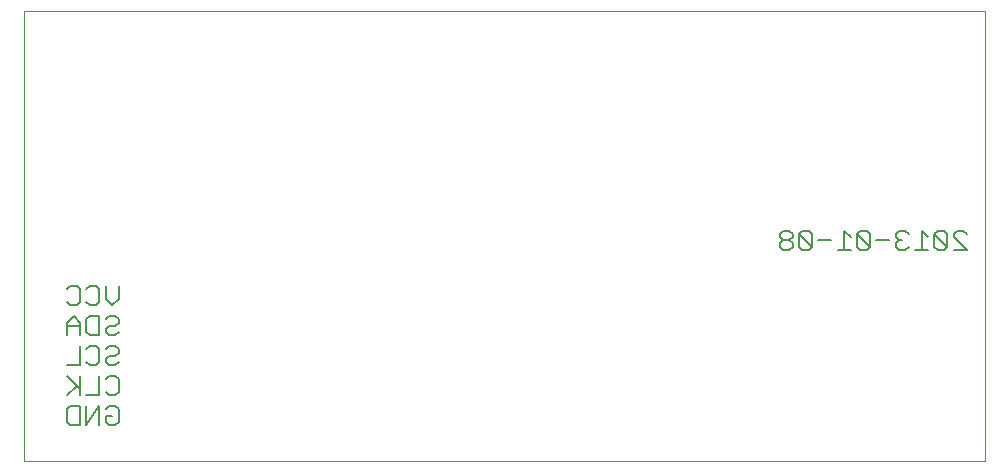
<source format=gbo>
G75*
G70*
%OFA0B0*%
%FSLAX24Y24*%
%IPPOS*%
%LPD*%
%AMOC8*
5,1,8,0,0,1.08239X$1,22.5*
%
%ADD10C,0.0000*%
%ADD11C,0.0060*%
D10*
X000500Y000180D02*
X000500Y015176D01*
X032520Y015176D01*
X032520Y000180D01*
X000500Y000180D01*
D11*
X001938Y001467D02*
X002044Y001360D01*
X002365Y001360D01*
X002365Y002001D01*
X002044Y002001D01*
X001938Y001894D01*
X001938Y001467D01*
X002582Y001360D02*
X002582Y002001D01*
X002582Y002360D02*
X003009Y002360D01*
X003009Y003001D01*
X003227Y002894D02*
X003333Y003001D01*
X003547Y003001D01*
X003654Y002894D01*
X003654Y002467D01*
X003547Y002360D01*
X003333Y002360D01*
X003227Y002467D01*
X002365Y002574D02*
X001938Y003001D01*
X001938Y003360D02*
X002365Y003360D01*
X002365Y004001D01*
X002582Y003894D02*
X002689Y004001D01*
X002902Y004001D01*
X003009Y003894D01*
X003009Y003467D01*
X002902Y003360D01*
X002689Y003360D01*
X002582Y003467D01*
X003227Y003467D02*
X003333Y003360D01*
X003547Y003360D01*
X003654Y003467D01*
X003547Y003680D02*
X003333Y003680D01*
X003227Y003574D01*
X003227Y003467D01*
X003547Y003680D02*
X003654Y003787D01*
X003654Y003894D01*
X003547Y004001D01*
X003333Y004001D01*
X003227Y003894D01*
X003333Y004360D02*
X003547Y004360D01*
X003654Y004467D01*
X003547Y004680D02*
X003333Y004680D01*
X003227Y004574D01*
X003227Y004467D01*
X003333Y004360D01*
X003009Y004360D02*
X002689Y004360D01*
X002582Y004467D01*
X002582Y004894D01*
X002689Y005001D01*
X003009Y005001D01*
X003009Y004360D01*
X003547Y004680D02*
X003654Y004787D01*
X003654Y004894D01*
X003547Y005001D01*
X003333Y005001D01*
X003227Y004894D01*
X002365Y004787D02*
X002151Y005001D01*
X001938Y004787D01*
X001938Y004360D01*
X001938Y004680D02*
X002365Y004680D01*
X002365Y004787D02*
X002365Y004360D01*
X002258Y005360D02*
X002044Y005360D01*
X001938Y005467D01*
X002258Y005360D02*
X002365Y005467D01*
X002365Y005894D01*
X002258Y006001D01*
X002044Y006001D01*
X001938Y005894D01*
X002582Y005894D02*
X002689Y006001D01*
X002902Y006001D01*
X003009Y005894D01*
X003009Y005467D01*
X002902Y005360D01*
X002689Y005360D01*
X002582Y005467D01*
X003227Y005574D02*
X003227Y006001D01*
X003654Y006001D02*
X003654Y005574D01*
X003440Y005360D01*
X003227Y005574D01*
X002365Y003001D02*
X002365Y002360D01*
X002258Y002680D02*
X001938Y002360D01*
X003009Y002001D02*
X002582Y001360D01*
X003009Y001360D02*
X003009Y002001D01*
X003227Y001894D02*
X003333Y002001D01*
X003547Y002001D01*
X003654Y001894D01*
X003654Y001467D01*
X003547Y001360D01*
X003333Y001360D01*
X003227Y001467D01*
X003227Y001680D01*
X003440Y001680D01*
X025692Y007317D02*
X025799Y007210D01*
X026012Y007210D01*
X026119Y007317D01*
X026119Y007424D01*
X026012Y007530D01*
X025799Y007530D01*
X025692Y007424D01*
X025692Y007317D01*
X025799Y007530D02*
X025692Y007637D01*
X025692Y007744D01*
X025799Y007851D01*
X026012Y007851D01*
X026119Y007744D01*
X026119Y007637D01*
X026012Y007530D01*
X026337Y007317D02*
X026337Y007744D01*
X026764Y007317D01*
X026657Y007210D01*
X026443Y007210D01*
X026337Y007317D01*
X026764Y007317D02*
X026764Y007744D01*
X026657Y007851D01*
X026443Y007851D01*
X026337Y007744D01*
X026981Y007530D02*
X027408Y007530D01*
X027839Y007210D02*
X027839Y007851D01*
X028053Y007637D01*
X028270Y007744D02*
X028697Y007317D01*
X028590Y007210D01*
X028377Y007210D01*
X028270Y007317D01*
X028270Y007744D01*
X028377Y007851D01*
X028590Y007851D01*
X028697Y007744D01*
X028697Y007317D01*
X028915Y007530D02*
X029342Y007530D01*
X029559Y007424D02*
X029559Y007317D01*
X029666Y007210D01*
X029880Y007210D01*
X029986Y007317D01*
X030204Y007210D02*
X030631Y007210D01*
X030417Y007210D02*
X030417Y007851D01*
X030631Y007637D01*
X030848Y007744D02*
X031275Y007317D01*
X031169Y007210D01*
X030955Y007210D01*
X030848Y007317D01*
X030848Y007744D01*
X030955Y007851D01*
X031169Y007851D01*
X031275Y007744D01*
X031275Y007317D01*
X031493Y007210D02*
X031920Y007210D01*
X031493Y007637D01*
X031493Y007744D01*
X031600Y007851D01*
X031813Y007851D01*
X031920Y007744D01*
X029986Y007744D02*
X029880Y007851D01*
X029666Y007851D01*
X029559Y007744D01*
X029559Y007637D01*
X029666Y007530D01*
X029559Y007424D01*
X029666Y007530D02*
X029773Y007530D01*
X028053Y007210D02*
X027626Y007210D01*
M02*

</source>
